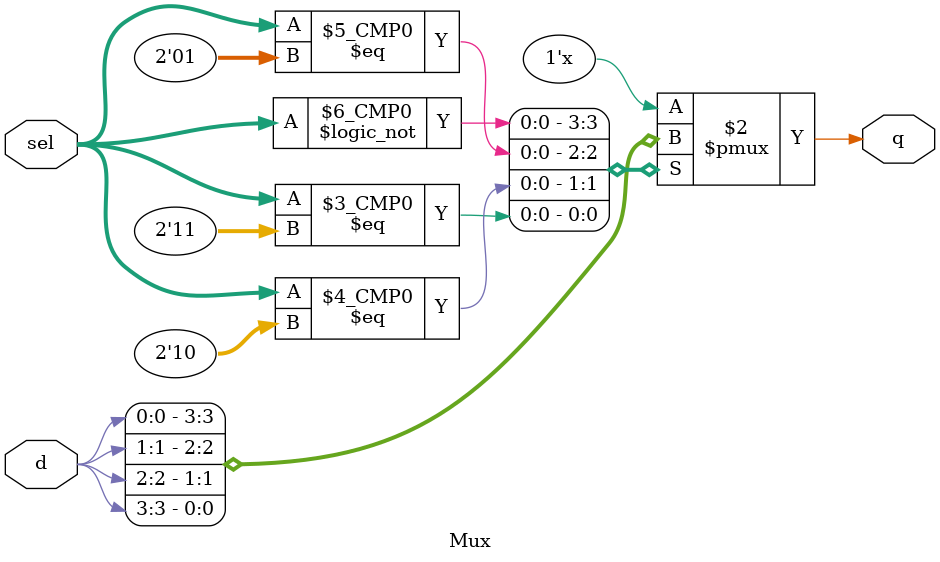
<source format=sv>
module Mux #(
    parameter   N = 4
) (
    input   logic [N-1:0]           d,
    input   logic [$clog2(N)-1:0]   sel,
    output  logic                   q
);

always_comb begin
    case (sel)
        0: q = d[0];
        1: q = d[1];
        2: q = d[2];
        3: q = d[3];
        // 如果需要更多输入信号,可以继续添加case分支
        default: q = 'z;
    endcase
end

endmodule
</source>
